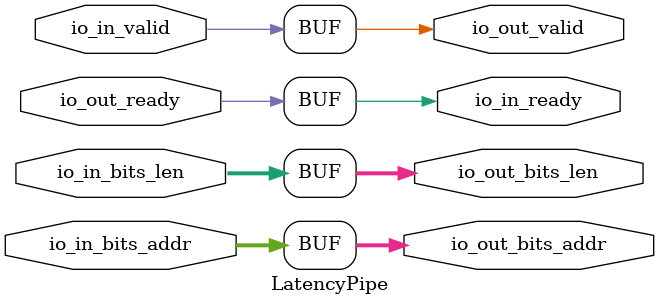
<source format=sv>
`ifndef RANDOMIZE
  `ifdef RANDOMIZE_MEM_INIT
    `define RANDOMIZE
  `endif // RANDOMIZE_MEM_INIT
`endif // not def RANDOMIZE
`ifndef RANDOMIZE
  `ifdef RANDOMIZE_REG_INIT
    `define RANDOMIZE
  `endif // RANDOMIZE_REG_INIT
`endif // not def RANDOMIZE

`ifndef RANDOM
  `define RANDOM $random
`endif // not def RANDOM

// Users can define INIT_RANDOM as general code that gets injected into the
// initializer block for modules with registers.
`ifndef INIT_RANDOM
  `define INIT_RANDOM
`endif // not def INIT_RANDOM

// If using random initialization, you can also define RANDOMIZE_DELAY to
// customize the delay used, otherwise 0.002 is used.
`ifndef RANDOMIZE_DELAY
  `define RANDOMIZE_DELAY 0.002
`endif // not def RANDOMIZE_DELAY

// Define INIT_RANDOM_PROLOG_ for use in our modules below.
`ifndef INIT_RANDOM_PROLOG_
  `ifdef RANDOMIZE
    `ifdef VERILATOR
      `define INIT_RANDOM_PROLOG_ `INIT_RANDOM
    `else  // VERILATOR
      `define INIT_RANDOM_PROLOG_ `INIT_RANDOM #`RANDOMIZE_DELAY begin end
    `endif // VERILATOR
  `else  // RANDOMIZE
    `define INIT_RANDOM_PROLOG_
  `endif // RANDOMIZE
`endif // not def INIT_RANDOM_PROLOG_

// Include register initializers in init blocks unless synthesis is set
`ifndef SYNTHESIS
  `ifndef ENABLE_INITIAL_REG_
    `define ENABLE_INITIAL_REG_
  `endif // not def ENABLE_INITIAL_REG_
`endif // not def SYNTHESIS

// Include rmemory initializers in init blocks unless synthesis is set
`ifndef SYNTHESIS
  `ifndef ENABLE_INITIAL_MEM_
    `define ENABLE_INITIAL_MEM_
  `endif // not def ENABLE_INITIAL_MEM_
`endif // not def SYNTHESIS

// Standard header to adapt well known macros for prints and assertions.

// Users can define 'PRINTF_COND' to add an extra gate to prints.
`ifndef PRINTF_COND_
  `ifdef PRINTF_COND
    `define PRINTF_COND_ (`PRINTF_COND)
  `else  // PRINTF_COND
    `define PRINTF_COND_ 1
  `endif // PRINTF_COND
`endif // not def PRINTF_COND_

// Users can define 'ASSERT_VERBOSE_COND' to add an extra gate to assert error printing.
`ifndef ASSERT_VERBOSE_COND_
  `ifdef ASSERT_VERBOSE_COND
    `define ASSERT_VERBOSE_COND_ (`ASSERT_VERBOSE_COND)
  `else  // ASSERT_VERBOSE_COND
    `define ASSERT_VERBOSE_COND_ 1
  `endif // ASSERT_VERBOSE_COND
`endif // not def ASSERT_VERBOSE_COND_

// Users can define 'STOP_COND' to add an extra gate to stop conditions.
`ifndef STOP_COND_
  `ifdef STOP_COND
    `define STOP_COND_ (`STOP_COND)
  `else  // STOP_COND
    `define STOP_COND_ 1
  `endif // STOP_COND
`endif // not def STOP_COND_

module LatencyPipe(	// src/main/scala/utils/LatencyPipe.scala:8:7
  output        io_in_ready,	// src/main/scala/utils/LatencyPipe.scala:9:14
  input         io_in_valid,	// src/main/scala/utils/LatencyPipe.scala:9:14
  input  [31:0] io_in_bits_addr,	// src/main/scala/utils/LatencyPipe.scala:9:14
  input  [7:0]  io_in_bits_len,	// src/main/scala/utils/LatencyPipe.scala:9:14
  input         io_out_ready,	// src/main/scala/utils/LatencyPipe.scala:9:14
  output        io_out_valid,	// src/main/scala/utils/LatencyPipe.scala:9:14
  output [31:0] io_out_bits_addr,	// src/main/scala/utils/LatencyPipe.scala:9:14
  output [7:0]  io_out_bits_len	// src/main/scala/utils/LatencyPipe.scala:9:14
);

  assign io_in_ready = io_out_ready;	// src/main/scala/utils/LatencyPipe.scala:8:7
  assign io_out_valid = io_in_valid;	// src/main/scala/utils/LatencyPipe.scala:8:7
  assign io_out_bits_addr = io_in_bits_addr;	// src/main/scala/utils/LatencyPipe.scala:8:7
  assign io_out_bits_len = io_in_bits_len;	// src/main/scala/utils/LatencyPipe.scala:8:7
endmodule


</source>
